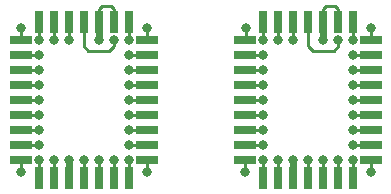
<source format=gbr>
G04 EAGLE Gerber RS-274X export*
G75*
%MOMM*%
%FSLAX34Y34*%
%LPD*%
%INTop Copper*%
%IPPOS*%
%AMOC8*
5,1,8,0,0,1.08239X$1,22.5*%
G01*
%ADD10R,0.760000X1.910000*%
%ADD11R,1.910000X0.760000*%
%ADD12C,0.806400*%
%ADD13C,0.254000*%
%ADD14C,0.609600*%


D10*
X291600Y180350D03*
X278900Y180350D03*
X266200Y180350D03*
X253500Y180350D03*
D11*
X238250Y165100D03*
X238250Y152400D03*
X238250Y139700D03*
X238250Y127000D03*
X238250Y114300D03*
X238250Y101600D03*
X238250Y88900D03*
X238250Y76200D03*
X238250Y63500D03*
D10*
X253500Y48250D03*
X266200Y48250D03*
X278900Y48250D03*
X291600Y48250D03*
X304300Y48250D03*
X317000Y48250D03*
X329700Y48250D03*
D11*
X344950Y63500D03*
X344950Y76200D03*
X344950Y88900D03*
X344950Y101600D03*
X344950Y114300D03*
X344950Y127000D03*
X344950Y139700D03*
X344950Y152400D03*
X344950Y165100D03*
D10*
X329700Y180350D03*
X317000Y180350D03*
X304300Y180350D03*
X101600Y180350D03*
X88900Y180350D03*
X76200Y180350D03*
X63500Y180350D03*
D11*
X48250Y165100D03*
X48250Y152400D03*
X48250Y139700D03*
X48250Y127000D03*
X48250Y114300D03*
X48250Y101600D03*
X48250Y88900D03*
X48250Y76200D03*
X48250Y63500D03*
D10*
X63500Y48250D03*
X76200Y48250D03*
X88900Y48250D03*
X101600Y48250D03*
X114300Y48250D03*
X127000Y48250D03*
X139700Y48250D03*
D11*
X154950Y63500D03*
X154950Y76200D03*
X154950Y88900D03*
X154950Y101600D03*
X154950Y114300D03*
X154950Y127000D03*
X154950Y139700D03*
X154950Y152400D03*
X154950Y165100D03*
D10*
X139700Y180350D03*
X127000Y180350D03*
X114300Y180350D03*
D12*
X278892Y165100D03*
D13*
X278892Y180342D01*
X278900Y180350D01*
D12*
X266192Y165100D03*
D13*
X266192Y180342D01*
X266200Y180350D01*
D12*
X253492Y165100D03*
D13*
X253492Y180342D01*
X253500Y180350D01*
X239268Y166118D02*
X238250Y165100D01*
X239268Y166118D02*
X239268Y175260D01*
D12*
X239268Y175260D03*
X253492Y152400D03*
D13*
X238250Y152400D01*
D12*
X253492Y139700D03*
D13*
X238250Y139700D01*
D12*
X253492Y127000D03*
D13*
X238250Y127000D01*
D12*
X253492Y114300D03*
D13*
X238250Y114300D01*
D12*
X253492Y101600D03*
D13*
X238250Y101600D01*
D12*
X253492Y88900D03*
D13*
X238250Y88900D01*
D12*
X253492Y76200D03*
D13*
X238250Y76200D01*
X238250Y63500D02*
X238250Y53342D01*
X238252Y53340D01*
D12*
X238252Y53340D03*
X253492Y63500D03*
D13*
X253500Y63492D01*
X253500Y48250D01*
D12*
X266192Y63500D03*
D13*
X266200Y63492D01*
X266200Y48250D01*
D12*
X291592Y63500D03*
D13*
X291600Y63492D01*
X291600Y48250D01*
D12*
X304292Y63500D03*
D13*
X304300Y63492D01*
X304300Y48250D01*
D12*
X316992Y63500D03*
D13*
X317000Y63492D01*
X317000Y48250D01*
D12*
X329692Y63500D03*
D13*
X329700Y63492D01*
X329700Y48250D01*
X344950Y53358D02*
X344950Y63500D01*
X344950Y53358D02*
X344932Y53340D01*
D12*
X344932Y53340D03*
X329692Y76200D03*
D13*
X344950Y76200D01*
D12*
X329692Y88900D03*
D13*
X344950Y88900D01*
D12*
X329692Y101600D03*
D13*
X344950Y101600D01*
D12*
X329692Y114300D03*
D13*
X344950Y114300D01*
D12*
X329692Y127000D03*
D13*
X344950Y127000D01*
D12*
X329692Y139700D03*
D13*
X344950Y139700D01*
D12*
X329692Y152400D03*
D13*
X344950Y152400D01*
X344950Y165100D02*
X344950Y175242D01*
X344932Y175260D01*
D12*
X344932Y175260D03*
X329692Y165100D03*
D13*
X329692Y180342D01*
X329700Y180350D01*
D12*
X88900Y165100D03*
D13*
X88900Y180350D01*
D12*
X76200Y165100D03*
D13*
X76200Y180350D01*
D12*
X63500Y165100D03*
D13*
X63500Y180350D01*
X48260Y165110D02*
X48250Y165100D01*
X48260Y165110D02*
X48260Y175260D01*
D12*
X48260Y175260D03*
X63500Y152400D03*
D13*
X48250Y152400D01*
D12*
X63500Y139700D03*
D13*
X48250Y139700D01*
D12*
X63500Y127000D03*
D13*
X48250Y127000D01*
D12*
X63500Y114300D03*
D13*
X48250Y114300D01*
D12*
X63500Y101600D03*
D13*
X48250Y101600D01*
D12*
X63500Y88900D03*
D13*
X48250Y88900D01*
D12*
X63500Y76200D03*
D13*
X48250Y76200D01*
X48250Y63500D02*
X48250Y53350D01*
X48260Y53340D01*
D12*
X48260Y53340D03*
X63500Y63500D03*
D13*
X63500Y48250D01*
D12*
X76200Y63500D03*
D13*
X76200Y48250D01*
D12*
X101600Y63500D03*
D13*
X101600Y48250D01*
D12*
X114300Y63500D03*
D13*
X114300Y48250D01*
D12*
X127000Y63500D03*
D13*
X127000Y48250D01*
D12*
X139700Y63500D03*
D13*
X139700Y48250D01*
X154950Y53350D02*
X154950Y63500D01*
X154950Y53350D02*
X154940Y53340D01*
D12*
X154940Y53340D03*
X139700Y76200D03*
D13*
X154950Y76200D01*
D12*
X139700Y88900D03*
D13*
X154950Y88900D01*
D12*
X139700Y101600D03*
D13*
X154950Y101600D01*
D12*
X139700Y114300D03*
D13*
X154950Y114300D01*
D12*
X139700Y127000D03*
D13*
X154950Y127000D01*
D12*
X139700Y139700D03*
D13*
X154950Y139700D01*
D12*
X139700Y152400D03*
D13*
X154950Y152400D01*
X154950Y165100D02*
X154950Y175250D01*
X154940Y175260D01*
D12*
X154940Y175260D03*
X139700Y165100D03*
D13*
X139700Y180350D01*
D12*
X127000Y165100D03*
D13*
X101600Y160020D02*
X101600Y180350D01*
X101600Y160020D02*
X105410Y156210D01*
X123190Y156210D01*
X127000Y160020D01*
X127000Y165100D01*
D12*
X316992Y165100D03*
D13*
X316992Y160020D01*
X313182Y156210D01*
X295402Y156210D01*
X291592Y160020D01*
X291592Y180342D01*
X291600Y180350D01*
D14*
X278900Y63492D02*
X278900Y48250D01*
X278900Y63492D02*
X278892Y63500D01*
D12*
X278892Y63500D03*
X88900Y63500D03*
D14*
X88900Y48250D01*
D12*
X304292Y165100D03*
D14*
X304292Y180342D01*
X304300Y180350D01*
D13*
X304300Y191524D01*
X306832Y194056D01*
X317000Y191508D02*
X317000Y180350D01*
X314452Y194056D02*
X306832Y194056D01*
X314452Y194056D02*
X317000Y191508D01*
D12*
X114300Y165100D03*
D14*
X114300Y180350D01*
D13*
X114300Y191770D01*
X116840Y194310D01*
X124460Y194310D01*
X127000Y191770D01*
X127000Y180350D01*
M02*

</source>
